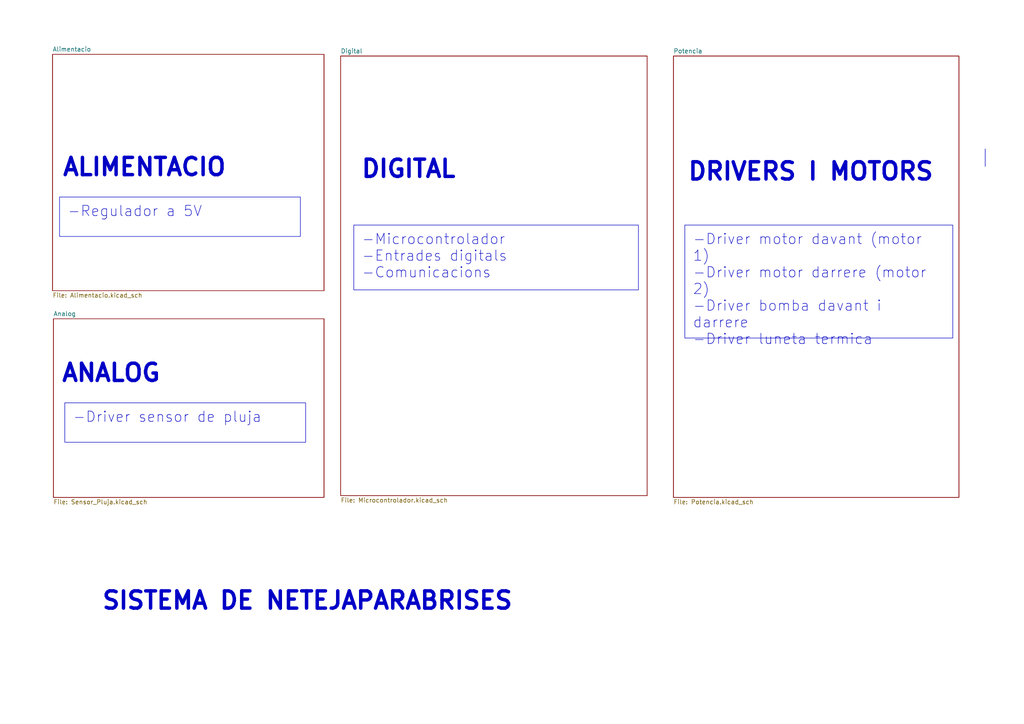
<source format=kicad_sch>
(kicad_sch (version 20230121) (generator eeschema)
  (paper "A4")
  (title_block (title "Projecte Netejaparabrises - Grup 4 Tarda") (date "2023-04-27") (rev "v1.3.20042023"))
  (lib_symbols)
  (polyline (pts (xy 285.75 43.18) (xy 285.75 48.26)))
  (text_box "-Driver sensor de pluja" (at 18.796 116.84 0) (size 69.85 11.43) (effects (font (size 3 3)) (justify left top)))
  (text_box "-Driver motor davant (motor 1)\n-Driver motor darrere (motor 2)\n-Driver bomba davant i darrere\n-Driver luneta termica" (at 198.628 65.278 0) (size 77.724 32.766) (effects (font (size 3 3)) (justify left top)))
  (text_box "-Microcontrolador\n-Entrades digitals\n-Comunicacions" (at 102.616 65.278 0) (size 82.55 18.796) (effects (font (size 3 3)) (justify left top)))
  (text_box "-Regulador a 5V" (at 17.272 57.15 0) (size 69.85 11.43) (effects (font (size 3 3)) (justify left top)))
  (text "DIGITAL" (at 104.394 52.07 0) (effects (font (size 5 5) (thickness 1) bold) (justify left bottom)))
  (text "SISTEMA DE NETEJAPARABRISES" (at 29.21 177.292 0) (effects (font (size 5 5) (thickness 1) bold) (justify left bottom)))
  (text "ANALOG" (at 17.526 111.252 0) (effects (font (size 5 5) (thickness 1) bold) (justify left bottom)))
  (text "DRIVERS I MOTORS" (at 199.136 52.832 0) (effects (font (size 5 5) (thickness 1) bold) (justify left bottom)))
  (text "ALIMENTACIO" (at 17.78 51.562 0) (effects (font (size 5 5) (thickness 1) bold) (justify left bottom)))
  (sheet (at 15.494 92.456) (size 78.486 51.816) (stroke (width 0.1524))
    (property "Sheetname" "Analog" (at 15.494 91.7444 0) (effects (justify left bottom)))
    (property "Sheetfile" "Sensor_Pluja.kicad_sch" (at 15.494 144.8566 0) (effects (justify left top)))
  )
  (sheet (at 98.806 16.256) (size 88.9 127.508) (stroke (width 0.1524))
    (property "Sheetname" "Digital" (at 98.806 15.5444 0) (effects (justify left bottom)))
    (property "Sheetfile" "Microcontrolador.kicad_sch" (at 98.806 144.3486 0) (effects (justify left top)))
  )
  (sheet (at 195.326 16.256) (size 82.804 128.016) (stroke (width 0.1524))
    (property "Sheetname" "Potencia" (at 195.326 15.5444 0) (effects (justify left bottom)))
    (property "Sheetfile" "Potencia.kicad_sch" (at 195.326 144.8566 0) (effects (justify left top)))
  )
  (sheet (at 15.24 15.748) (size 78.74 68.58) (stroke (width 0.1524))
    (property "Sheetname" "Alimentacio" (at 15.24 15.0364 0) (effects (justify left bottom)))
    (property "Sheetfile" "Alimentacio.kicad_sch" (at 15.24 84.9126 0) (effects (justify left top)))
  )
)
</source>
